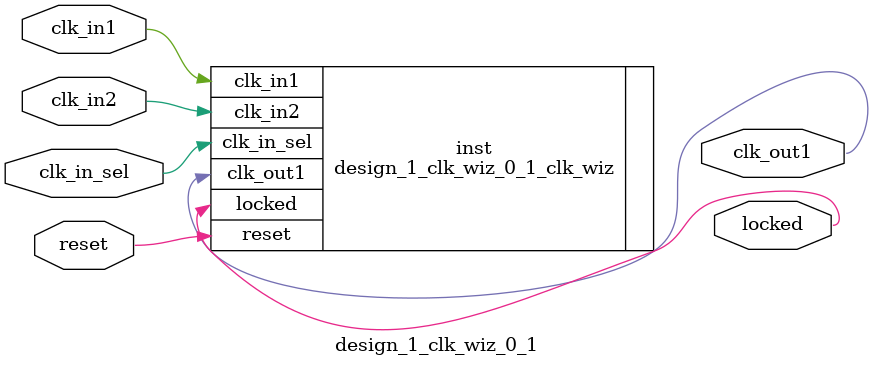
<source format=v>


`timescale 1ps/1ps

(* CORE_GENERATION_INFO = "design_1_clk_wiz_0_1,clk_wiz_v6_0_12_0_0,{component_name=design_1_clk_wiz_0_1,use_phase_alignment=false,use_min_o_jitter=true,use_max_i_jitter=false,use_dyn_phase_shift=false,use_inclk_switchover=true,use_dyn_reconfig=false,enable_axi=0,feedback_source=FDBK_AUTO,PRIMITIVE=PLL,num_out_clk=1,clkin1_period=10.000,clkin2_period=10.000,use_power_down=false,use_reset=true,use_locked=true,use_inclk_stopped=false,feedback_type=SINGLE,CLOCK_MGR_TYPE=NA,manual_override=false}" *)

module design_1_clk_wiz_0_1 
 (
  input         clk_in2,
  input         clk_in_sel,
  // Clock out ports
  output        clk_out1,
  // Status and control signals
  input         reset,
  output        locked,
 // Clock in ports
  input         clk_in1
 );

  design_1_clk_wiz_0_1_clk_wiz inst
  (
  .clk_in2(clk_in2),
  .clk_in_sel(clk_in_sel),
  // Clock out ports  
  .clk_out1(clk_out1),
  // Status and control signals               
  .reset(reset), 
  .locked(locked),
 // Clock in ports
  .clk_in1(clk_in1)
  );

endmodule

</source>
